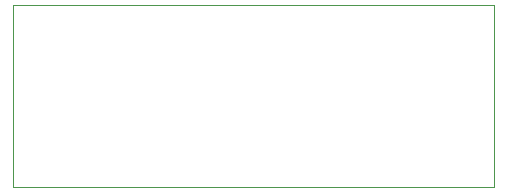
<source format=gbr>
G04 #@! TF.GenerationSoftware,KiCad,Pcbnew,(6.0.0-rc1-dev-305-gf0b8b21)*
G04 #@! TF.CreationDate,2020-01-21T14:47:54-08:00*
G04 #@! TF.ProjectId,3rd Order Inverser Chebyshev Shunt,337264204F7264657220496E76657273,rev?*
G04 #@! TF.SameCoordinates,Original*
G04 #@! TF.FileFunction,Profile,NP*
%FSLAX46Y46*%
G04 Gerber Fmt 4.6, Leading zero omitted, Abs format (unit mm)*
G04 Created by KiCad (PCBNEW (6.0.0-rc1-dev-305-gf0b8b21)) date Tuesday, January 21, 2020 at 02:47:54 PM*
%MOMM*%
%LPD*%
G01*
G04 APERTURE LIST*
%ADD10C,0.120000*%
G04 APERTURE END LIST*
D10*
X115570000Y-49784000D02*
X115570000Y-50927000D01*
X156337000Y-49784000D02*
X115570000Y-49784000D01*
X156337000Y-65151000D02*
X156337000Y-49784000D01*
X115570000Y-65151000D02*
X156337000Y-65151000D01*
X115570000Y-64135000D02*
X115570000Y-65151000D01*
X115570000Y-50800000D02*
X115570000Y-64135000D01*
M02*

</source>
